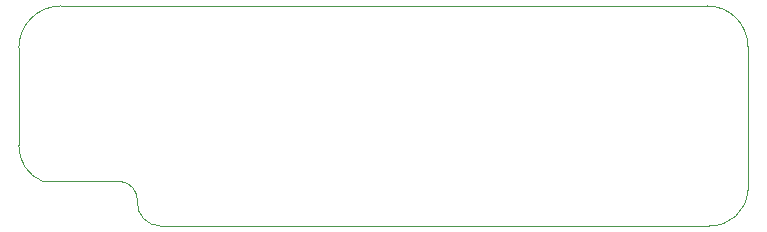
<source format=gbr>
%TF.GenerationSoftware,KiCad,Pcbnew,(7.99.0-267-g8440d7258b)*%
%TF.CreationDate,2023-05-05T03:53:06-07:00*%
%TF.ProjectId,1_2og_lightbar,315f326f-675f-46c6-9967-68746261722e,rev?*%
%TF.SameCoordinates,Original*%
%TF.FileFunction,Profile,NP*%
%FSLAX46Y46*%
G04 Gerber Fmt 4.6, Leading zero omitted, Abs format (unit mm)*
G04 Created by KiCad (PCBNEW (7.99.0-267-g8440d7258b)) date 2023-05-05 03:53:06*
%MOMM*%
%LPD*%
G01*
G04 APERTURE LIST*
%TA.AperFunction,Profile*%
%ADD10C,0.100000*%
%TD*%
G04 APERTURE END LIST*
D10*
X22860000Y-16764000D02*
X77597000Y-16764000D01*
X27940000Y-31623000D02*
X21336000Y-31623000D01*
X77724000Y-35385000D02*
X31242000Y-35385000D01*
X81026000Y-20193000D02*
X81026000Y-32385000D01*
X19304000Y-28575000D02*
X19304000Y-20320000D01*
X77724000Y-35384999D02*
G75*
G03*
X81025999Y-32385000I151000J3150999D01*
G01*
X19304001Y-28575000D02*
G75*
G03*
X21336000Y-31623000I3192499J-73000D01*
G01*
X29337000Y-33401000D02*
G75*
G03*
X31242000Y-35385000I1944500J-39500D01*
G01*
X22860000Y-16764000D02*
G75*
G03*
X19304000Y-20320000I0J-3556000D01*
G01*
X29337000Y-33401000D02*
G75*
G03*
X27940000Y-31623000I-1587500J190500D01*
G01*
X81026000Y-20193000D02*
G75*
G03*
X77597000Y-16764000I-3429000J0D01*
G01*
M02*

</source>
